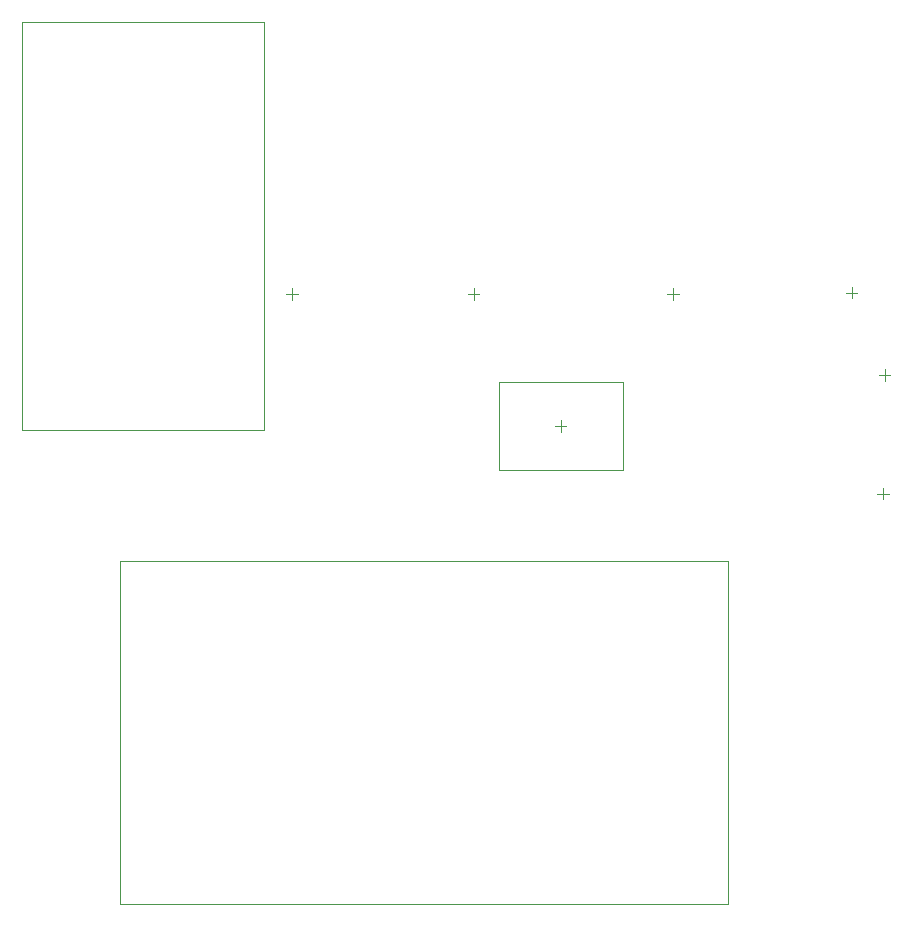
<source format=gbr>
G04*
G04 #@! TF.GenerationSoftware,Altium Limited,Altium Designer,24.3.1 (35)*
G04*
G04 Layer_Color=32768*
%FSLAX25Y25*%
%MOIN*%
G70*
G04*
G04 #@! TF.SameCoordinates,46AF65BB-AA63-4F94-AAD3-FE113F2D5473*
G04*
G04*
G04 #@! TF.FilePolarity,Positive*
G04*
G01*
G75*
%ADD53C,0.00394*%
%ADD54C,0.00197*%
D53*
X287531Y165500D02*
X291469D01*
X289500Y163531D02*
Y167469D01*
X180031Y188000D02*
X183968D01*
X182000Y186031D02*
Y189969D01*
X202669Y173236D02*
Y202764D01*
X161331Y173236D02*
Y202764D01*
X202669D01*
X161331Y173236D02*
X202669D01*
X92500Y230031D02*
Y233968D01*
X90531Y232000D02*
X94468D01*
X153000Y230031D02*
Y233968D01*
X151031Y232000D02*
X154968D01*
X219500Y230031D02*
Y233968D01*
X217531Y232000D02*
X221468D01*
X279000Y230531D02*
Y234468D01*
X277031Y232500D02*
X280968D01*
X290000Y203032D02*
Y206969D01*
X288032Y205000D02*
X291969D01*
D54*
X35303Y28795D02*
Y143008D01*
X237862D01*
Y28795D02*
Y143008D01*
X35303Y28795D02*
X237862D01*
X2488Y322539D02*
X83197D01*
Y186713D02*
Y322539D01*
X2488Y186713D02*
X83197D01*
X2488D02*
Y322539D01*
M02*

</source>
